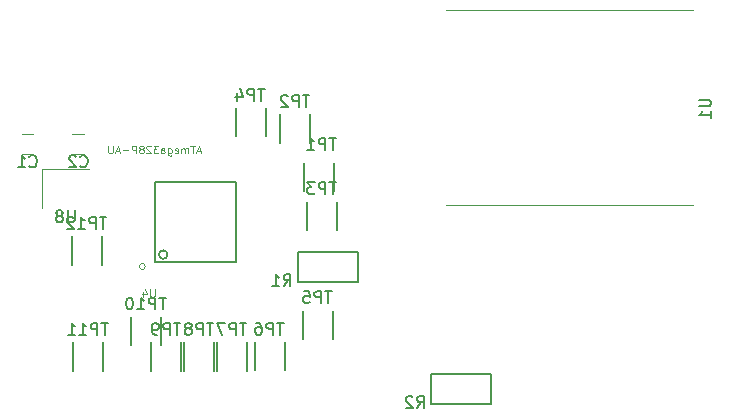
<source format=gbr>
G04 #@! TF.GenerationSoftware,KiCad,Pcbnew,(5.0.2)-1*
G04 #@! TF.CreationDate,2018-12-26T19:39:10+05:30*
G04 #@! TF.ProjectId,Air Pollution,41697220-506f-46c6-9c75-74696f6e2e6b,rev?*
G04 #@! TF.SameCoordinates,Original*
G04 #@! TF.FileFunction,Legend,Bot*
G04 #@! TF.FilePolarity,Positive*
%FSLAX46Y46*%
G04 Gerber Fmt 4.6, Leading zero omitted, Abs format (unit mm)*
G04 Created by KiCad (PCBNEW (5.0.2)-1) date 12/26/2018 7:39:10 PM*
%MOMM*%
%LPD*%
G01*
G04 APERTURE LIST*
%ADD10C,0.150000*%
%ADD11C,0.180000*%
%ADD12C,0.120000*%
%ADD13C,0.050000*%
%ADD14C,0.152400*%
%ADD15C,0.100000*%
G04 APERTURE END LIST*
D10*
G04 #@! TO.C,TP10*
X118148100Y-90170000D02*
X118148100Y-92557600D01*
X120688100Y-90170000D02*
X120688100Y-92557600D01*
G04 #@! TO.C,TP12*
X113093500Y-83337400D02*
X113093500Y-85725000D01*
X115633500Y-83337400D02*
X115633500Y-85725000D01*
D11*
G04 #@! TO.C,R1*
X132216453Y-87216890D02*
X132216453Y-84676890D01*
X137296453Y-87216890D02*
X132216453Y-87216890D01*
X137296453Y-84676890D02*
X137296453Y-87216890D01*
X132216453Y-84676890D02*
X137296453Y-84676890D01*
G04 #@! TO.C,R2*
X143510000Y-94996000D02*
X148590000Y-94996000D01*
X148590000Y-94996000D02*
X148590000Y-97536000D01*
X148590000Y-97536000D02*
X143510000Y-97536000D01*
X143510000Y-97536000D02*
X143510000Y-94996000D01*
D12*
G04 #@! TO.C,U8*
X110572800Y-80898000D02*
X110572800Y-77598000D01*
X110572800Y-77598000D02*
X114572800Y-77598000D01*
D13*
G04 #@! TO.C,U1*
X144746000Y-64192000D02*
X165686000Y-64192000D01*
X144746000Y-80702000D02*
X165686000Y-80702000D01*
D12*
G04 #@! TO.C,C1*
X109856453Y-76382890D02*
X108856453Y-76382890D01*
X108856453Y-74682890D02*
X109856453Y-74682890D01*
G04 #@! TO.C,C2*
X113158453Y-74682890D02*
X114158453Y-74682890D01*
X114158453Y-76382890D02*
X113158453Y-76382890D01*
D10*
G04 #@! TO.C,TP1*
X132762553Y-77107690D02*
X132762553Y-79495290D01*
X135302553Y-77107690D02*
X135302553Y-79495290D01*
G04 #@! TO.C,TP2*
X133295953Y-73018290D02*
X133295953Y-75405890D01*
X130755953Y-73018290D02*
X130755953Y-75405890D01*
G04 #@! TO.C,TP3*
X133016553Y-80409690D02*
X133016553Y-82797290D01*
X135556553Y-80409690D02*
X135556553Y-82797290D01*
G04 #@! TO.C,TP4*
X126971353Y-72484890D02*
X126971353Y-74872490D01*
X129511353Y-72484890D02*
X129511353Y-74872490D01*
G04 #@! TO.C,TP5*
X132651500Y-89623900D02*
X132651500Y-92011500D01*
X135191500Y-89623900D02*
X135191500Y-92011500D01*
G04 #@! TO.C,TP6*
X131127500Y-92290900D02*
X131127500Y-94678500D01*
X128587500Y-92290900D02*
X128587500Y-94678500D01*
G04 #@! TO.C,TP7*
X125421953Y-92322290D02*
X125421953Y-94709890D01*
X127961953Y-92322290D02*
X127961953Y-94709890D01*
G04 #@! TO.C,TP8*
X125167953Y-92322290D02*
X125167953Y-94709890D01*
X122627953Y-92322290D02*
X122627953Y-94709890D01*
G04 #@! TO.C,TP9*
X119833953Y-92322290D02*
X119833953Y-94709890D01*
X122373953Y-92322290D02*
X122373953Y-94709890D01*
G04 #@! TO.C,TP11*
X113229953Y-92322290D02*
X113229953Y-94709890D01*
X115769953Y-92322290D02*
X115769953Y-94709890D01*
D14*
G04 #@! TO.C,U4*
X126980453Y-85536890D02*
X126980453Y-78736890D01*
X126980453Y-78736890D02*
X120180453Y-78736890D01*
X120180453Y-78736890D02*
X120180453Y-85536890D01*
X120180453Y-85536890D02*
X126980453Y-85536890D01*
X121196453Y-84880090D02*
G75*
G03X121196453Y-84880090I-359200J0D01*
G01*
D15*
X119334453Y-85886890D02*
G75*
G03X119334453Y-85886890I-254000J0D01*
G01*
G04 #@! TO.C,TP10*
D10*
X121092695Y-88530180D02*
X120521266Y-88530180D01*
X120806980Y-89530180D02*
X120806980Y-88530180D01*
X120187933Y-89530180D02*
X120187933Y-88530180D01*
X119806980Y-88530180D01*
X119711742Y-88577800D01*
X119664123Y-88625419D01*
X119616504Y-88720657D01*
X119616504Y-88863514D01*
X119664123Y-88958752D01*
X119711742Y-89006371D01*
X119806980Y-89053990D01*
X120187933Y-89053990D01*
X118664123Y-89530180D02*
X119235552Y-89530180D01*
X118949838Y-89530180D02*
X118949838Y-88530180D01*
X119045076Y-88673038D01*
X119140314Y-88768276D01*
X119235552Y-88815895D01*
X118045076Y-88530180D02*
X117949838Y-88530180D01*
X117854600Y-88577800D01*
X117806980Y-88625419D01*
X117759361Y-88720657D01*
X117711742Y-88911133D01*
X117711742Y-89149228D01*
X117759361Y-89339704D01*
X117806980Y-89434942D01*
X117854600Y-89482561D01*
X117949838Y-89530180D01*
X118045076Y-89530180D01*
X118140314Y-89482561D01*
X118187933Y-89434942D01*
X118235552Y-89339704D01*
X118283171Y-89149228D01*
X118283171Y-88911133D01*
X118235552Y-88720657D01*
X118187933Y-88625419D01*
X118140314Y-88577800D01*
X118045076Y-88530180D01*
G04 #@! TO.C,TP12*
X116038095Y-81697580D02*
X115466666Y-81697580D01*
X115752380Y-82697580D02*
X115752380Y-81697580D01*
X115133333Y-82697580D02*
X115133333Y-81697580D01*
X114752380Y-81697580D01*
X114657142Y-81745200D01*
X114609523Y-81792819D01*
X114561904Y-81888057D01*
X114561904Y-82030914D01*
X114609523Y-82126152D01*
X114657142Y-82173771D01*
X114752380Y-82221390D01*
X115133333Y-82221390D01*
X113609523Y-82697580D02*
X114180952Y-82697580D01*
X113895238Y-82697580D02*
X113895238Y-81697580D01*
X113990476Y-81840438D01*
X114085714Y-81935676D01*
X114180952Y-81983295D01*
X113228571Y-81792819D02*
X113180952Y-81745200D01*
X113085714Y-81697580D01*
X112847619Y-81697580D01*
X112752380Y-81745200D01*
X112704761Y-81792819D01*
X112657142Y-81888057D01*
X112657142Y-81983295D01*
X112704761Y-82126152D01*
X113276190Y-82697580D01*
X112657142Y-82697580D01*
G04 #@! TO.C,R1*
D11*
X131035929Y-87550270D02*
X131369262Y-87074080D01*
X131607357Y-87550270D02*
X131607357Y-86550270D01*
X131226405Y-86550270D01*
X131131167Y-86597890D01*
X131083548Y-86645509D01*
X131035929Y-86740747D01*
X131035929Y-86883604D01*
X131083548Y-86978842D01*
X131131167Y-87026461D01*
X131226405Y-87074080D01*
X131607357Y-87074080D01*
X130083548Y-87550270D02*
X130654976Y-87550270D01*
X130369262Y-87550270D02*
X130369262Y-86550270D01*
X130464500Y-86693128D01*
X130559738Y-86788366D01*
X130654976Y-86835985D01*
G04 #@! TO.C,R2*
X142329476Y-97869380D02*
X142662809Y-97393190D01*
X142900904Y-97869380D02*
X142900904Y-96869380D01*
X142519952Y-96869380D01*
X142424714Y-96917000D01*
X142377095Y-96964619D01*
X142329476Y-97059857D01*
X142329476Y-97202714D01*
X142377095Y-97297952D01*
X142424714Y-97345571D01*
X142519952Y-97393190D01*
X142900904Y-97393190D01*
X141948523Y-96964619D02*
X141900904Y-96917000D01*
X141805666Y-96869380D01*
X141567571Y-96869380D01*
X141472333Y-96917000D01*
X141424714Y-96964619D01*
X141377095Y-97059857D01*
X141377095Y-97155095D01*
X141424714Y-97297952D01*
X141996142Y-97869380D01*
X141377095Y-97869380D01*
G04 #@! TO.C,U8*
D10*
X113334704Y-81150380D02*
X113334704Y-81959904D01*
X113287085Y-82055142D01*
X113239466Y-82102761D01*
X113144228Y-82150380D01*
X112953752Y-82150380D01*
X112858514Y-82102761D01*
X112810895Y-82055142D01*
X112763276Y-81959904D01*
X112763276Y-81150380D01*
X112144228Y-81578952D02*
X112239466Y-81531333D01*
X112287085Y-81483714D01*
X112334704Y-81388476D01*
X112334704Y-81340857D01*
X112287085Y-81245619D01*
X112239466Y-81198000D01*
X112144228Y-81150380D01*
X111953752Y-81150380D01*
X111858514Y-81198000D01*
X111810895Y-81245619D01*
X111763276Y-81340857D01*
X111763276Y-81388476D01*
X111810895Y-81483714D01*
X111858514Y-81531333D01*
X111953752Y-81578952D01*
X112144228Y-81578952D01*
X112239466Y-81626571D01*
X112287085Y-81674190D01*
X112334704Y-81769428D01*
X112334704Y-81959904D01*
X112287085Y-82055142D01*
X112239466Y-82102761D01*
X112144228Y-82150380D01*
X111953752Y-82150380D01*
X111858514Y-82102761D01*
X111810895Y-82055142D01*
X111763276Y-81959904D01*
X111763276Y-81769428D01*
X111810895Y-81674190D01*
X111858514Y-81626571D01*
X111953752Y-81578952D01*
G04 #@! TO.C,U1*
X166203380Y-71755095D02*
X167012904Y-71755095D01*
X167108142Y-71802714D01*
X167155761Y-71850333D01*
X167203380Y-71945571D01*
X167203380Y-72136047D01*
X167155761Y-72231285D01*
X167108142Y-72278904D01*
X167012904Y-72326523D01*
X166203380Y-72326523D01*
X167203380Y-73326523D02*
X167203380Y-72755095D01*
X167203380Y-73040809D02*
X166203380Y-73040809D01*
X166346238Y-72945571D01*
X166441476Y-72850333D01*
X166489095Y-72755095D01*
G04 #@! TO.C,C1*
X109523119Y-77390032D02*
X109570738Y-77437651D01*
X109713595Y-77485270D01*
X109808833Y-77485270D01*
X109951691Y-77437651D01*
X110046929Y-77342413D01*
X110094548Y-77247175D01*
X110142167Y-77056699D01*
X110142167Y-76913842D01*
X110094548Y-76723366D01*
X110046929Y-76628128D01*
X109951691Y-76532890D01*
X109808833Y-76485270D01*
X109713595Y-76485270D01*
X109570738Y-76532890D01*
X109523119Y-76580509D01*
X108570738Y-77485270D02*
X109142167Y-77485270D01*
X108856453Y-77485270D02*
X108856453Y-76485270D01*
X108951691Y-76628128D01*
X109046929Y-76723366D01*
X109142167Y-76770985D01*
G04 #@! TO.C,C2*
X113825119Y-77390032D02*
X113872738Y-77437651D01*
X114015595Y-77485270D01*
X114110833Y-77485270D01*
X114253691Y-77437651D01*
X114348929Y-77342413D01*
X114396548Y-77247175D01*
X114444167Y-77056699D01*
X114444167Y-76913842D01*
X114396548Y-76723366D01*
X114348929Y-76628128D01*
X114253691Y-76532890D01*
X114110833Y-76485270D01*
X114015595Y-76485270D01*
X113872738Y-76532890D01*
X113825119Y-76580509D01*
X113444167Y-76580509D02*
X113396548Y-76532890D01*
X113301310Y-76485270D01*
X113063214Y-76485270D01*
X112967976Y-76532890D01*
X112920357Y-76580509D01*
X112872738Y-76675747D01*
X112872738Y-76770985D01*
X112920357Y-76913842D01*
X113491786Y-77485270D01*
X112872738Y-77485270D01*
G04 #@! TO.C,TP1*
X135484957Y-75010670D02*
X134913529Y-75010670D01*
X135199243Y-76010670D02*
X135199243Y-75010670D01*
X134580195Y-76010670D02*
X134580195Y-75010670D01*
X134199243Y-75010670D01*
X134104005Y-75058290D01*
X134056386Y-75105909D01*
X134008767Y-75201147D01*
X134008767Y-75344004D01*
X134056386Y-75439242D01*
X134104005Y-75486861D01*
X134199243Y-75534480D01*
X134580195Y-75534480D01*
X133056386Y-76010670D02*
X133627814Y-76010670D01*
X133342100Y-76010670D02*
X133342100Y-75010670D01*
X133437338Y-75153528D01*
X133532576Y-75248766D01*
X133627814Y-75296385D01*
G04 #@! TO.C,TP2*
X133224357Y-71378470D02*
X132652929Y-71378470D01*
X132938643Y-72378470D02*
X132938643Y-71378470D01*
X132319595Y-72378470D02*
X132319595Y-71378470D01*
X131938643Y-71378470D01*
X131843405Y-71426090D01*
X131795786Y-71473709D01*
X131748167Y-71568947D01*
X131748167Y-71711804D01*
X131795786Y-71807042D01*
X131843405Y-71854661D01*
X131938643Y-71902280D01*
X132319595Y-71902280D01*
X131367214Y-71473709D02*
X131319595Y-71426090D01*
X131224357Y-71378470D01*
X130986262Y-71378470D01*
X130891024Y-71426090D01*
X130843405Y-71473709D01*
X130795786Y-71568947D01*
X130795786Y-71664185D01*
X130843405Y-71807042D01*
X131414833Y-72378470D01*
X130795786Y-72378470D01*
G04 #@! TO.C,TP3*
X135484957Y-78769870D02*
X134913529Y-78769870D01*
X135199243Y-79769870D02*
X135199243Y-78769870D01*
X134580195Y-79769870D02*
X134580195Y-78769870D01*
X134199243Y-78769870D01*
X134104005Y-78817490D01*
X134056386Y-78865109D01*
X134008767Y-78960347D01*
X134008767Y-79103204D01*
X134056386Y-79198442D01*
X134104005Y-79246061D01*
X134199243Y-79293680D01*
X134580195Y-79293680D01*
X133675433Y-78769870D02*
X133056386Y-78769870D01*
X133389719Y-79150823D01*
X133246862Y-79150823D01*
X133151624Y-79198442D01*
X133104005Y-79246061D01*
X133056386Y-79341299D01*
X133056386Y-79579394D01*
X133104005Y-79674632D01*
X133151624Y-79722251D01*
X133246862Y-79769870D01*
X133532576Y-79769870D01*
X133627814Y-79722251D01*
X133675433Y-79674632D01*
G04 #@! TO.C,TP4*
X129439757Y-70845070D02*
X128868329Y-70845070D01*
X129154043Y-71845070D02*
X129154043Y-70845070D01*
X128534995Y-71845070D02*
X128534995Y-70845070D01*
X128154043Y-70845070D01*
X128058805Y-70892690D01*
X128011186Y-70940309D01*
X127963567Y-71035547D01*
X127963567Y-71178404D01*
X128011186Y-71273642D01*
X128058805Y-71321261D01*
X128154043Y-71368880D01*
X128534995Y-71368880D01*
X127106424Y-71178404D02*
X127106424Y-71845070D01*
X127344519Y-70797451D02*
X127582614Y-71511737D01*
X126963567Y-71511737D01*
G04 #@! TO.C,TP5*
X135119904Y-87984080D02*
X134548476Y-87984080D01*
X134834190Y-88984080D02*
X134834190Y-87984080D01*
X134215142Y-88984080D02*
X134215142Y-87984080D01*
X133834190Y-87984080D01*
X133738952Y-88031700D01*
X133691333Y-88079319D01*
X133643714Y-88174557D01*
X133643714Y-88317414D01*
X133691333Y-88412652D01*
X133738952Y-88460271D01*
X133834190Y-88507890D01*
X134215142Y-88507890D01*
X132738952Y-87984080D02*
X133215142Y-87984080D01*
X133262761Y-88460271D01*
X133215142Y-88412652D01*
X133119904Y-88365033D01*
X132881809Y-88365033D01*
X132786571Y-88412652D01*
X132738952Y-88460271D01*
X132691333Y-88555509D01*
X132691333Y-88793604D01*
X132738952Y-88888842D01*
X132786571Y-88936461D01*
X132881809Y-88984080D01*
X133119904Y-88984080D01*
X133215142Y-88936461D01*
X133262761Y-88888842D01*
G04 #@! TO.C,TP6*
X131055904Y-90651080D02*
X130484476Y-90651080D01*
X130770190Y-91651080D02*
X130770190Y-90651080D01*
X130151142Y-91651080D02*
X130151142Y-90651080D01*
X129770190Y-90651080D01*
X129674952Y-90698700D01*
X129627333Y-90746319D01*
X129579714Y-90841557D01*
X129579714Y-90984414D01*
X129627333Y-91079652D01*
X129674952Y-91127271D01*
X129770190Y-91174890D01*
X130151142Y-91174890D01*
X128722571Y-90651080D02*
X128913047Y-90651080D01*
X129008285Y-90698700D01*
X129055904Y-90746319D01*
X129151142Y-90889176D01*
X129198761Y-91079652D01*
X129198761Y-91460604D01*
X129151142Y-91555842D01*
X129103523Y-91603461D01*
X129008285Y-91651080D01*
X128817809Y-91651080D01*
X128722571Y-91603461D01*
X128674952Y-91555842D01*
X128627333Y-91460604D01*
X128627333Y-91222509D01*
X128674952Y-91127271D01*
X128722571Y-91079652D01*
X128817809Y-91032033D01*
X129008285Y-91032033D01*
X129103523Y-91079652D01*
X129151142Y-91127271D01*
X129198761Y-91222509D01*
G04 #@! TO.C,TP7*
X127890357Y-90682470D02*
X127318929Y-90682470D01*
X127604643Y-91682470D02*
X127604643Y-90682470D01*
X126985595Y-91682470D02*
X126985595Y-90682470D01*
X126604643Y-90682470D01*
X126509405Y-90730090D01*
X126461786Y-90777709D01*
X126414167Y-90872947D01*
X126414167Y-91015804D01*
X126461786Y-91111042D01*
X126509405Y-91158661D01*
X126604643Y-91206280D01*
X126985595Y-91206280D01*
X126080833Y-90682470D02*
X125414167Y-90682470D01*
X125842738Y-91682470D01*
G04 #@! TO.C,TP8*
X125096357Y-90682470D02*
X124524929Y-90682470D01*
X124810643Y-91682470D02*
X124810643Y-90682470D01*
X124191595Y-91682470D02*
X124191595Y-90682470D01*
X123810643Y-90682470D01*
X123715405Y-90730090D01*
X123667786Y-90777709D01*
X123620167Y-90872947D01*
X123620167Y-91015804D01*
X123667786Y-91111042D01*
X123715405Y-91158661D01*
X123810643Y-91206280D01*
X124191595Y-91206280D01*
X123048738Y-91111042D02*
X123143976Y-91063423D01*
X123191595Y-91015804D01*
X123239214Y-90920566D01*
X123239214Y-90872947D01*
X123191595Y-90777709D01*
X123143976Y-90730090D01*
X123048738Y-90682470D01*
X122858262Y-90682470D01*
X122763024Y-90730090D01*
X122715405Y-90777709D01*
X122667786Y-90872947D01*
X122667786Y-90920566D01*
X122715405Y-91015804D01*
X122763024Y-91063423D01*
X122858262Y-91111042D01*
X123048738Y-91111042D01*
X123143976Y-91158661D01*
X123191595Y-91206280D01*
X123239214Y-91301518D01*
X123239214Y-91491994D01*
X123191595Y-91587232D01*
X123143976Y-91634851D01*
X123048738Y-91682470D01*
X122858262Y-91682470D01*
X122763024Y-91634851D01*
X122715405Y-91587232D01*
X122667786Y-91491994D01*
X122667786Y-91301518D01*
X122715405Y-91206280D01*
X122763024Y-91158661D01*
X122858262Y-91111042D01*
G04 #@! TO.C,TP9*
X122302357Y-90682470D02*
X121730929Y-90682470D01*
X122016643Y-91682470D02*
X122016643Y-90682470D01*
X121397595Y-91682470D02*
X121397595Y-90682470D01*
X121016643Y-90682470D01*
X120921405Y-90730090D01*
X120873786Y-90777709D01*
X120826167Y-90872947D01*
X120826167Y-91015804D01*
X120873786Y-91111042D01*
X120921405Y-91158661D01*
X121016643Y-91206280D01*
X121397595Y-91206280D01*
X120349976Y-91682470D02*
X120159500Y-91682470D01*
X120064262Y-91634851D01*
X120016643Y-91587232D01*
X119921405Y-91444375D01*
X119873786Y-91253899D01*
X119873786Y-90872947D01*
X119921405Y-90777709D01*
X119969024Y-90730090D01*
X120064262Y-90682470D01*
X120254738Y-90682470D01*
X120349976Y-90730090D01*
X120397595Y-90777709D01*
X120445214Y-90872947D01*
X120445214Y-91111042D01*
X120397595Y-91206280D01*
X120349976Y-91253899D01*
X120254738Y-91301518D01*
X120064262Y-91301518D01*
X119969024Y-91253899D01*
X119921405Y-91206280D01*
X119873786Y-91111042D01*
G04 #@! TO.C,TP11*
X116174548Y-90682470D02*
X115603119Y-90682470D01*
X115888833Y-91682470D02*
X115888833Y-90682470D01*
X115269786Y-91682470D02*
X115269786Y-90682470D01*
X114888833Y-90682470D01*
X114793595Y-90730090D01*
X114745976Y-90777709D01*
X114698357Y-90872947D01*
X114698357Y-91015804D01*
X114745976Y-91111042D01*
X114793595Y-91158661D01*
X114888833Y-91206280D01*
X115269786Y-91206280D01*
X113745976Y-91682470D02*
X114317405Y-91682470D01*
X114031691Y-91682470D02*
X114031691Y-90682470D01*
X114126929Y-90825328D01*
X114222167Y-90920566D01*
X114317405Y-90968185D01*
X112793595Y-91682470D02*
X113365024Y-91682470D01*
X113079310Y-91682470D02*
X113079310Y-90682470D01*
X113174548Y-90825328D01*
X113269786Y-90920566D01*
X113365024Y-90968185D01*
G04 #@! TO.C,U4*
D13*
X120113661Y-87831556D02*
X120113661Y-88351362D01*
X120083085Y-88412516D01*
X120052508Y-88443092D01*
X119991354Y-88473669D01*
X119869047Y-88473669D01*
X119807893Y-88443092D01*
X119777317Y-88412516D01*
X119746740Y-88351362D01*
X119746740Y-87831556D01*
X119165780Y-88045594D02*
X119165780Y-88473669D01*
X119318664Y-87800979D02*
X119471548Y-88259632D01*
X119074050Y-88259632D01*
X124007013Y-76126398D02*
X123701562Y-76126398D01*
X124068104Y-76309668D02*
X123854288Y-75668220D01*
X123640472Y-76309668D01*
X123518291Y-75668220D02*
X123151749Y-75668220D01*
X123335020Y-76309668D02*
X123335020Y-75668220D01*
X122937933Y-76309668D02*
X122937933Y-75882036D01*
X122937933Y-75943127D02*
X122907388Y-75912582D01*
X122846298Y-75882036D01*
X122754663Y-75882036D01*
X122693572Y-75912582D01*
X122663027Y-75973672D01*
X122663027Y-76309668D01*
X122663027Y-75973672D02*
X122632482Y-75912582D01*
X122571392Y-75882036D01*
X122479756Y-75882036D01*
X122418666Y-75912582D01*
X122388121Y-75973672D01*
X122388121Y-76309668D01*
X121838308Y-76279123D02*
X121899399Y-76309668D01*
X122021579Y-76309668D01*
X122082669Y-76279123D01*
X122113215Y-76218033D01*
X122113215Y-75973672D01*
X122082669Y-75912582D01*
X122021579Y-75882036D01*
X121899399Y-75882036D01*
X121838308Y-75912582D01*
X121807763Y-75973672D01*
X121807763Y-76034762D01*
X122113215Y-76095852D01*
X121257951Y-75882036D02*
X121257951Y-76401304D01*
X121288496Y-76462394D01*
X121319041Y-76492939D01*
X121380131Y-76523484D01*
X121471767Y-76523484D01*
X121532857Y-76492939D01*
X121257951Y-76279123D02*
X121319041Y-76309668D01*
X121441221Y-76309668D01*
X121502312Y-76279123D01*
X121532857Y-76248578D01*
X121563402Y-76187488D01*
X121563402Y-76004217D01*
X121532857Y-75943127D01*
X121502312Y-75912582D01*
X121441221Y-75882036D01*
X121319041Y-75882036D01*
X121257951Y-75912582D01*
X120677593Y-76309668D02*
X120677593Y-75973672D01*
X120708138Y-75912582D01*
X120769228Y-75882036D01*
X120891409Y-75882036D01*
X120952499Y-75912582D01*
X120677593Y-76279123D02*
X120738683Y-76309668D01*
X120891409Y-76309668D01*
X120952499Y-76279123D01*
X120983044Y-76218033D01*
X120983044Y-76156943D01*
X120952499Y-76095852D01*
X120891409Y-76065307D01*
X120738683Y-76065307D01*
X120677593Y-76034762D01*
X120433232Y-75668220D02*
X120036145Y-75668220D01*
X120249961Y-75912582D01*
X120158325Y-75912582D01*
X120097235Y-75943127D01*
X120066690Y-75973672D01*
X120036145Y-76034762D01*
X120036145Y-76187488D01*
X120066690Y-76248578D01*
X120097235Y-76279123D01*
X120158325Y-76309668D01*
X120341596Y-76309668D01*
X120402687Y-76279123D01*
X120433232Y-76248578D01*
X119791784Y-75729311D02*
X119761239Y-75698766D01*
X119700148Y-75668220D01*
X119547423Y-75668220D01*
X119486332Y-75698766D01*
X119455787Y-75729311D01*
X119425242Y-75790401D01*
X119425242Y-75851491D01*
X119455787Y-75943127D01*
X119822329Y-76309668D01*
X119425242Y-76309668D01*
X119058700Y-75943127D02*
X119119791Y-75912582D01*
X119150336Y-75882036D01*
X119180881Y-75820946D01*
X119180881Y-75790401D01*
X119150336Y-75729311D01*
X119119791Y-75698766D01*
X119058700Y-75668220D01*
X118936520Y-75668220D01*
X118875429Y-75698766D01*
X118844884Y-75729311D01*
X118814339Y-75790401D01*
X118814339Y-75820946D01*
X118844884Y-75882036D01*
X118875429Y-75912582D01*
X118936520Y-75943127D01*
X119058700Y-75943127D01*
X119119791Y-75973672D01*
X119150336Y-76004217D01*
X119180881Y-76065307D01*
X119180881Y-76187488D01*
X119150336Y-76248578D01*
X119119791Y-76279123D01*
X119058700Y-76309668D01*
X118936520Y-76309668D01*
X118875429Y-76279123D01*
X118844884Y-76248578D01*
X118814339Y-76187488D01*
X118814339Y-76065307D01*
X118844884Y-76004217D01*
X118875429Y-75973672D01*
X118936520Y-75943127D01*
X118539433Y-76309668D02*
X118539433Y-75668220D01*
X118295072Y-75668220D01*
X118233981Y-75698766D01*
X118203436Y-75729311D01*
X118172891Y-75790401D01*
X118172891Y-75882036D01*
X118203436Y-75943127D01*
X118233981Y-75973672D01*
X118295072Y-76004217D01*
X118539433Y-76004217D01*
X117897985Y-76065307D02*
X117409263Y-76065307D01*
X117134356Y-76126398D02*
X116828905Y-76126398D01*
X117195447Y-76309668D02*
X116981631Y-75668220D01*
X116767815Y-76309668D01*
X116553999Y-75668220D02*
X116553999Y-76187488D01*
X116523453Y-76248578D01*
X116492908Y-76279123D01*
X116431818Y-76309668D01*
X116309637Y-76309668D01*
X116248547Y-76279123D01*
X116218002Y-76248578D01*
X116187457Y-76187488D01*
X116187457Y-75668220D01*
G04 #@! TD*
M02*

</source>
